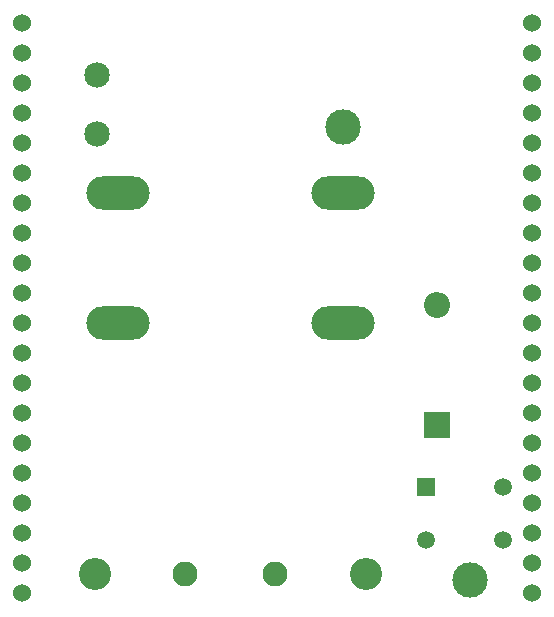
<source format=gbr>
%TF.GenerationSoftware,KiCad,Pcbnew,8.0.7*%
%TF.CreationDate,2025-01-14T16:56:09-05:00*%
%TF.ProjectId,AMS Latching Module,414d5320-4c61-4746-9368-696e67204d6f,rev?*%
%TF.SameCoordinates,Original*%
%TF.FileFunction,Soldermask,Bot*%
%TF.FilePolarity,Negative*%
%FSLAX46Y46*%
G04 Gerber Fmt 4.6, Leading zero omitted, Abs format (unit mm)*
G04 Created by KiCad (PCBNEW 8.0.7) date 2025-01-14 16:56:09*
%MOMM*%
%LPD*%
G01*
G04 APERTURE LIST*
%ADD10C,3.000000*%
%ADD11C,1.524000*%
%ADD12R,1.498600X1.498600*%
%ADD13C,1.498600*%
%ADD14O,5.350000X2.850000*%
%ADD15C,2.717800*%
%ADD16C,2.108200*%
%ADD17C,2.154000*%
%ADD18R,2.200000X2.200000*%
%ADD19O,2.200000X2.200000*%
G04 APERTURE END LIST*
D10*
%TO.C,AMS PWR THRU*%
X77920000Y-59570000D03*
%TD*%
D11*
%TO.C,J2*%
X50800000Y-99060000D03*
X50800000Y-96520000D03*
X50800000Y-93980000D03*
X50800000Y-91440000D03*
X50800000Y-88900000D03*
X50800000Y-86360000D03*
X50800000Y-83820000D03*
X50800000Y-81280000D03*
X50800000Y-78740000D03*
X50800000Y-76200000D03*
X50800000Y-73660000D03*
X50800000Y-71120000D03*
X50800000Y-68580000D03*
X50800000Y-66040000D03*
X50800000Y-63500000D03*
X50800000Y-60960000D03*
X50800000Y-58420000D03*
X50800000Y-55880000D03*
X50800000Y-53340000D03*
X50800000Y-50800000D03*
%TD*%
D12*
%TO.C,AMS RESET*%
X85019999Y-90070000D03*
D13*
X91520000Y-90070000D03*
X85019999Y-94570001D03*
X91520000Y-94570001D03*
%TD*%
D14*
%TO.C,K1*%
X58920000Y-65159999D03*
X58920000Y-76160000D03*
D15*
X56970000Y-97460000D03*
D16*
X64620000Y-97460000D03*
X72220000Y-97460000D03*
D15*
X79870000Y-97460000D03*
D14*
X77919998Y-76160000D03*
X77919998Y-65159999D03*
%TD*%
D17*
%TO.C,J1*%
X57130000Y-55150000D03*
X57130000Y-60150000D03*
%TD*%
D10*
%TO.C,AMS*%
X88720000Y-97970000D03*
%TD*%
D11*
%TO.C,J2*%
X94000000Y-99060000D03*
X94000000Y-96520000D03*
X94000000Y-93980000D03*
X94000000Y-91440000D03*
X94000000Y-88900000D03*
X94000000Y-86360000D03*
X94000000Y-83820000D03*
X94000000Y-81280000D03*
X94000000Y-78740000D03*
X94000000Y-76200000D03*
X94000000Y-73660000D03*
X94000000Y-71120000D03*
X94000000Y-68580000D03*
X94000000Y-66040000D03*
X94000000Y-63500000D03*
X94000000Y-60960000D03*
X94000000Y-58420000D03*
X94000000Y-55880000D03*
X94000000Y-53340000D03*
X94000000Y-50800000D03*
%TD*%
D18*
%TO.C,D3*%
X85920000Y-84790000D03*
D19*
X85920000Y-74630000D03*
%TD*%
M02*

</source>
